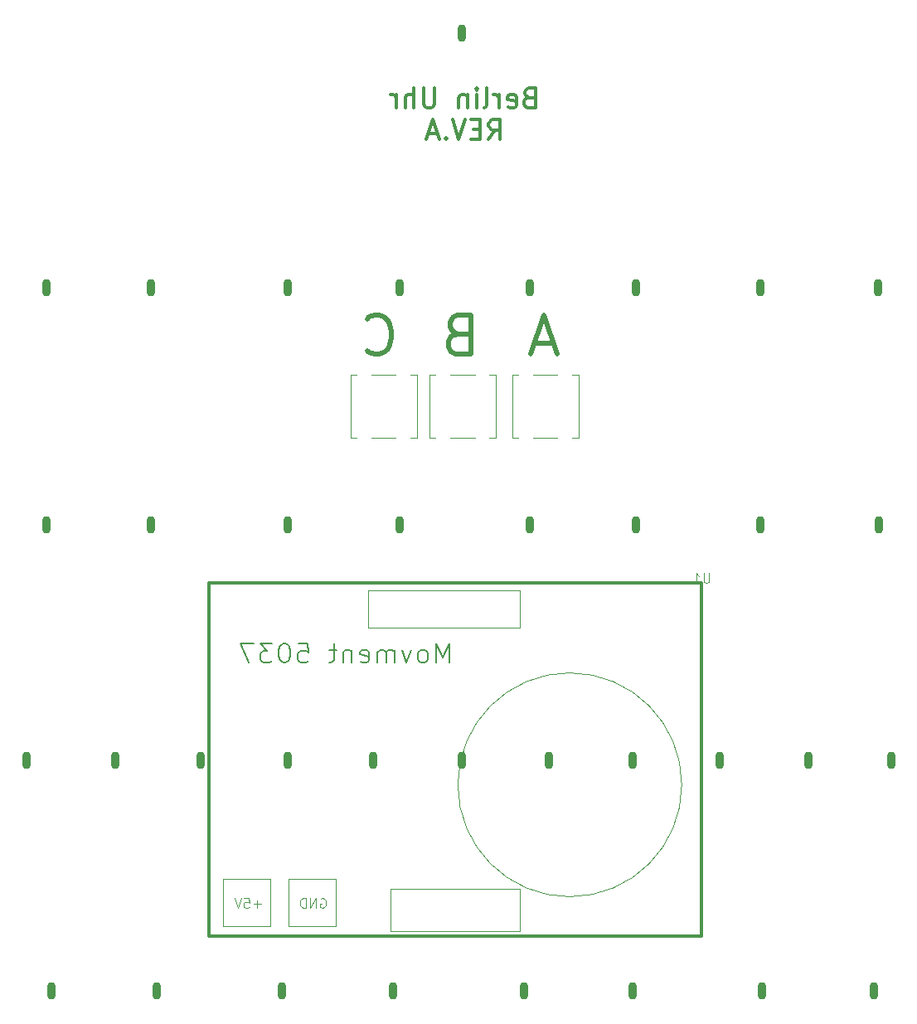
<source format=gbr>
%TF.GenerationSoftware,KiCad,Pcbnew,7.0.7*%
%TF.CreationDate,2024-10-22T18:38:38+02:00*%
%TF.ProjectId,FaceBerlinUhr,46616365-4265-4726-9c69-6e5568722e6b,rev?*%
%TF.SameCoordinates,Original*%
%TF.FileFunction,Legend,Bot*%
%TF.FilePolarity,Positive*%
%FSLAX46Y46*%
G04 Gerber Fmt 4.6, Leading zero omitted, Abs format (unit mm)*
G04 Created by KiCad (PCBNEW 7.0.7) date 2024-10-22 18:38:38*
%MOMM*%
%LPD*%
G01*
G04 APERTURE LIST*
%ADD10C,0.500000*%
%ADD11C,0.300000*%
%ADD12C,0.100000*%
%ADD13C,0.200000*%
%ADD14C,0.120000*%
%ADD15O,0.900000X1.800000*%
G04 APERTURE END LIST*
D10*
X167247957Y-74033523D02*
X167438433Y-74224000D01*
X167438433Y-74224000D02*
X168009862Y-74414476D01*
X168009862Y-74414476D02*
X168390814Y-74414476D01*
X168390814Y-74414476D02*
X168962243Y-74224000D01*
X168962243Y-74224000D02*
X169343195Y-73843047D01*
X169343195Y-73843047D02*
X169533672Y-73462095D01*
X169533672Y-73462095D02*
X169724148Y-72700190D01*
X169724148Y-72700190D02*
X169724148Y-72128761D01*
X169724148Y-72128761D02*
X169533672Y-71366857D01*
X169533672Y-71366857D02*
X169343195Y-70985904D01*
X169343195Y-70985904D02*
X168962243Y-70604952D01*
X168962243Y-70604952D02*
X168390814Y-70414476D01*
X168390814Y-70414476D02*
X168009862Y-70414476D01*
X168009862Y-70414476D02*
X167438433Y-70604952D01*
X167438433Y-70604952D02*
X167247957Y-70795428D01*
D11*
X183736428Y-48177019D02*
X183450714Y-48272257D01*
X183450714Y-48272257D02*
X183355476Y-48367495D01*
X183355476Y-48367495D02*
X183260238Y-48557971D01*
X183260238Y-48557971D02*
X183260238Y-48843685D01*
X183260238Y-48843685D02*
X183355476Y-49034161D01*
X183355476Y-49034161D02*
X183450714Y-49129400D01*
X183450714Y-49129400D02*
X183641190Y-49224638D01*
X183641190Y-49224638D02*
X184403095Y-49224638D01*
X184403095Y-49224638D02*
X184403095Y-47224638D01*
X184403095Y-47224638D02*
X183736428Y-47224638D01*
X183736428Y-47224638D02*
X183545952Y-47319876D01*
X183545952Y-47319876D02*
X183450714Y-47415114D01*
X183450714Y-47415114D02*
X183355476Y-47605590D01*
X183355476Y-47605590D02*
X183355476Y-47796066D01*
X183355476Y-47796066D02*
X183450714Y-47986542D01*
X183450714Y-47986542D02*
X183545952Y-48081780D01*
X183545952Y-48081780D02*
X183736428Y-48177019D01*
X183736428Y-48177019D02*
X184403095Y-48177019D01*
X181641190Y-49129400D02*
X181831666Y-49224638D01*
X181831666Y-49224638D02*
X182212619Y-49224638D01*
X182212619Y-49224638D02*
X182403095Y-49129400D01*
X182403095Y-49129400D02*
X182498333Y-48938923D01*
X182498333Y-48938923D02*
X182498333Y-48177019D01*
X182498333Y-48177019D02*
X182403095Y-47986542D01*
X182403095Y-47986542D02*
X182212619Y-47891304D01*
X182212619Y-47891304D02*
X181831666Y-47891304D01*
X181831666Y-47891304D02*
X181641190Y-47986542D01*
X181641190Y-47986542D02*
X181545952Y-48177019D01*
X181545952Y-48177019D02*
X181545952Y-48367495D01*
X181545952Y-48367495D02*
X182498333Y-48557971D01*
X180688809Y-49224638D02*
X180688809Y-47891304D01*
X180688809Y-48272257D02*
X180593571Y-48081780D01*
X180593571Y-48081780D02*
X180498333Y-47986542D01*
X180498333Y-47986542D02*
X180307857Y-47891304D01*
X180307857Y-47891304D02*
X180117380Y-47891304D01*
X179165000Y-49224638D02*
X179355476Y-49129400D01*
X179355476Y-49129400D02*
X179450714Y-48938923D01*
X179450714Y-48938923D02*
X179450714Y-47224638D01*
X178403095Y-49224638D02*
X178403095Y-47891304D01*
X178403095Y-47224638D02*
X178498333Y-47319876D01*
X178498333Y-47319876D02*
X178403095Y-47415114D01*
X178403095Y-47415114D02*
X178307857Y-47319876D01*
X178307857Y-47319876D02*
X178403095Y-47224638D01*
X178403095Y-47224638D02*
X178403095Y-47415114D01*
X177450714Y-47891304D02*
X177450714Y-49224638D01*
X177450714Y-48081780D02*
X177355476Y-47986542D01*
X177355476Y-47986542D02*
X177165000Y-47891304D01*
X177165000Y-47891304D02*
X176879285Y-47891304D01*
X176879285Y-47891304D02*
X176688809Y-47986542D01*
X176688809Y-47986542D02*
X176593571Y-48177019D01*
X176593571Y-48177019D02*
X176593571Y-49224638D01*
X174117380Y-47224638D02*
X174117380Y-48843685D01*
X174117380Y-48843685D02*
X174022142Y-49034161D01*
X174022142Y-49034161D02*
X173926904Y-49129400D01*
X173926904Y-49129400D02*
X173736428Y-49224638D01*
X173736428Y-49224638D02*
X173355475Y-49224638D01*
X173355475Y-49224638D02*
X173164999Y-49129400D01*
X173164999Y-49129400D02*
X173069761Y-49034161D01*
X173069761Y-49034161D02*
X172974523Y-48843685D01*
X172974523Y-48843685D02*
X172974523Y-47224638D01*
X172022142Y-49224638D02*
X172022142Y-47224638D01*
X171164999Y-49224638D02*
X171164999Y-48177019D01*
X171164999Y-48177019D02*
X171260237Y-47986542D01*
X171260237Y-47986542D02*
X171450713Y-47891304D01*
X171450713Y-47891304D02*
X171736428Y-47891304D01*
X171736428Y-47891304D02*
X171926904Y-47986542D01*
X171926904Y-47986542D02*
X172022142Y-48081780D01*
X170212618Y-49224638D02*
X170212618Y-47891304D01*
X170212618Y-48272257D02*
X170117380Y-48081780D01*
X170117380Y-48081780D02*
X170022142Y-47986542D01*
X170022142Y-47986542D02*
X169831666Y-47891304D01*
X169831666Y-47891304D02*
X169641189Y-47891304D01*
X179641190Y-52444638D02*
X180307857Y-51492257D01*
X180784047Y-52444638D02*
X180784047Y-50444638D01*
X180784047Y-50444638D02*
X180022142Y-50444638D01*
X180022142Y-50444638D02*
X179831666Y-50539876D01*
X179831666Y-50539876D02*
X179736428Y-50635114D01*
X179736428Y-50635114D02*
X179641190Y-50825590D01*
X179641190Y-50825590D02*
X179641190Y-51111304D01*
X179641190Y-51111304D02*
X179736428Y-51301780D01*
X179736428Y-51301780D02*
X179831666Y-51397019D01*
X179831666Y-51397019D02*
X180022142Y-51492257D01*
X180022142Y-51492257D02*
X180784047Y-51492257D01*
X178784047Y-51397019D02*
X178117380Y-51397019D01*
X177831666Y-52444638D02*
X178784047Y-52444638D01*
X178784047Y-52444638D02*
X178784047Y-50444638D01*
X178784047Y-50444638D02*
X177831666Y-50444638D01*
X177260237Y-50444638D02*
X176593571Y-52444638D01*
X176593571Y-52444638D02*
X175926904Y-50444638D01*
X175260237Y-52254161D02*
X175164999Y-52349400D01*
X175164999Y-52349400D02*
X175260237Y-52444638D01*
X175260237Y-52444638D02*
X175355475Y-52349400D01*
X175355475Y-52349400D02*
X175260237Y-52254161D01*
X175260237Y-52254161D02*
X175260237Y-52444638D01*
X174403094Y-51873209D02*
X173450713Y-51873209D01*
X174593570Y-52444638D02*
X173926904Y-50444638D01*
X173926904Y-50444638D02*
X173260237Y-52444638D01*
D10*
X186234148Y-73271619D02*
X184329386Y-73271619D01*
X186615100Y-74414476D02*
X185281767Y-70414476D01*
X185281767Y-70414476D02*
X183948433Y-74414476D01*
X176455338Y-72319238D02*
X175883910Y-72509714D01*
X175883910Y-72509714D02*
X175693433Y-72700190D01*
X175693433Y-72700190D02*
X175502957Y-73081142D01*
X175502957Y-73081142D02*
X175502957Y-73652571D01*
X175502957Y-73652571D02*
X175693433Y-74033523D01*
X175693433Y-74033523D02*
X175883910Y-74224000D01*
X175883910Y-74224000D02*
X176264862Y-74414476D01*
X176264862Y-74414476D02*
X177788672Y-74414476D01*
X177788672Y-74414476D02*
X177788672Y-70414476D01*
X177788672Y-70414476D02*
X176455338Y-70414476D01*
X176455338Y-70414476D02*
X176074386Y-70604952D01*
X176074386Y-70604952D02*
X175883910Y-70795428D01*
X175883910Y-70795428D02*
X175693433Y-71176380D01*
X175693433Y-71176380D02*
X175693433Y-71557333D01*
X175693433Y-71557333D02*
X175883910Y-71938285D01*
X175883910Y-71938285D02*
X176074386Y-72128761D01*
X176074386Y-72128761D02*
X176455338Y-72319238D01*
X176455338Y-72319238D02*
X177788672Y-72319238D01*
D12*
X202151904Y-96747419D02*
X202151904Y-97556942D01*
X202151904Y-97556942D02*
X202104285Y-97652180D01*
X202104285Y-97652180D02*
X202056666Y-97699800D01*
X202056666Y-97699800D02*
X201961428Y-97747419D01*
X201961428Y-97747419D02*
X201770952Y-97747419D01*
X201770952Y-97747419D02*
X201675714Y-97699800D01*
X201675714Y-97699800D02*
X201628095Y-97652180D01*
X201628095Y-97652180D02*
X201580476Y-97556942D01*
X201580476Y-97556942D02*
X201580476Y-96747419D01*
X200580476Y-97747419D02*
X201151904Y-97747419D01*
X200866190Y-97747419D02*
X200866190Y-96747419D01*
X200866190Y-96747419D02*
X200961428Y-96890276D01*
X200961428Y-96890276D02*
X201056666Y-96985514D01*
X201056666Y-96985514D02*
X201151904Y-97033133D01*
X162462306Y-129984038D02*
X162557544Y-129936419D01*
X162557544Y-129936419D02*
X162700401Y-129936419D01*
X162700401Y-129936419D02*
X162843258Y-129984038D01*
X162843258Y-129984038D02*
X162938496Y-130079276D01*
X162938496Y-130079276D02*
X162986115Y-130174514D01*
X162986115Y-130174514D02*
X163033734Y-130364990D01*
X163033734Y-130364990D02*
X163033734Y-130507847D01*
X163033734Y-130507847D02*
X162986115Y-130698323D01*
X162986115Y-130698323D02*
X162938496Y-130793561D01*
X162938496Y-130793561D02*
X162843258Y-130888800D01*
X162843258Y-130888800D02*
X162700401Y-130936419D01*
X162700401Y-130936419D02*
X162605163Y-130936419D01*
X162605163Y-130936419D02*
X162462306Y-130888800D01*
X162462306Y-130888800D02*
X162414687Y-130841180D01*
X162414687Y-130841180D02*
X162414687Y-130507847D01*
X162414687Y-130507847D02*
X162605163Y-130507847D01*
X161986115Y-130936419D02*
X161986115Y-129936419D01*
X161986115Y-129936419D02*
X161414687Y-130936419D01*
X161414687Y-130936419D02*
X161414687Y-129936419D01*
X160938496Y-130936419D02*
X160938496Y-129936419D01*
X160938496Y-129936419D02*
X160700401Y-129936419D01*
X160700401Y-129936419D02*
X160557544Y-129984038D01*
X160557544Y-129984038D02*
X160462306Y-130079276D01*
X160462306Y-130079276D02*
X160414687Y-130174514D01*
X160414687Y-130174514D02*
X160367068Y-130364990D01*
X160367068Y-130364990D02*
X160367068Y-130507847D01*
X160367068Y-130507847D02*
X160414687Y-130698323D01*
X160414687Y-130698323D02*
X160462306Y-130793561D01*
X160462306Y-130793561D02*
X160557544Y-130888800D01*
X160557544Y-130888800D02*
X160700401Y-130936419D01*
X160700401Y-130936419D02*
X160938496Y-130936419D01*
D13*
X175636231Y-105916838D02*
X175636231Y-103916838D01*
X175636231Y-103916838D02*
X174969564Y-105345409D01*
X174969564Y-105345409D02*
X174302898Y-103916838D01*
X174302898Y-103916838D02*
X174302898Y-105916838D01*
X173064803Y-105916838D02*
X173255279Y-105821600D01*
X173255279Y-105821600D02*
X173350517Y-105726361D01*
X173350517Y-105726361D02*
X173445755Y-105535885D01*
X173445755Y-105535885D02*
X173445755Y-104964457D01*
X173445755Y-104964457D02*
X173350517Y-104773980D01*
X173350517Y-104773980D02*
X173255279Y-104678742D01*
X173255279Y-104678742D02*
X173064803Y-104583504D01*
X173064803Y-104583504D02*
X172779088Y-104583504D01*
X172779088Y-104583504D02*
X172588612Y-104678742D01*
X172588612Y-104678742D02*
X172493374Y-104773980D01*
X172493374Y-104773980D02*
X172398136Y-104964457D01*
X172398136Y-104964457D02*
X172398136Y-105535885D01*
X172398136Y-105535885D02*
X172493374Y-105726361D01*
X172493374Y-105726361D02*
X172588612Y-105821600D01*
X172588612Y-105821600D02*
X172779088Y-105916838D01*
X172779088Y-105916838D02*
X173064803Y-105916838D01*
X171731469Y-104583504D02*
X171255279Y-105916838D01*
X171255279Y-105916838D02*
X170779088Y-104583504D01*
X170017183Y-105916838D02*
X170017183Y-104583504D01*
X170017183Y-104773980D02*
X169921945Y-104678742D01*
X169921945Y-104678742D02*
X169731469Y-104583504D01*
X169731469Y-104583504D02*
X169445754Y-104583504D01*
X169445754Y-104583504D02*
X169255278Y-104678742D01*
X169255278Y-104678742D02*
X169160040Y-104869219D01*
X169160040Y-104869219D02*
X169160040Y-105916838D01*
X169160040Y-104869219D02*
X169064802Y-104678742D01*
X169064802Y-104678742D02*
X168874326Y-104583504D01*
X168874326Y-104583504D02*
X168588612Y-104583504D01*
X168588612Y-104583504D02*
X168398135Y-104678742D01*
X168398135Y-104678742D02*
X168302897Y-104869219D01*
X168302897Y-104869219D02*
X168302897Y-105916838D01*
X166588611Y-105821600D02*
X166779087Y-105916838D01*
X166779087Y-105916838D02*
X167160040Y-105916838D01*
X167160040Y-105916838D02*
X167350516Y-105821600D01*
X167350516Y-105821600D02*
X167445754Y-105631123D01*
X167445754Y-105631123D02*
X167445754Y-104869219D01*
X167445754Y-104869219D02*
X167350516Y-104678742D01*
X167350516Y-104678742D02*
X167160040Y-104583504D01*
X167160040Y-104583504D02*
X166779087Y-104583504D01*
X166779087Y-104583504D02*
X166588611Y-104678742D01*
X166588611Y-104678742D02*
X166493373Y-104869219D01*
X166493373Y-104869219D02*
X166493373Y-105059695D01*
X166493373Y-105059695D02*
X167445754Y-105250171D01*
X165636230Y-104583504D02*
X165636230Y-105916838D01*
X165636230Y-104773980D02*
X165540992Y-104678742D01*
X165540992Y-104678742D02*
X165350516Y-104583504D01*
X165350516Y-104583504D02*
X165064801Y-104583504D01*
X165064801Y-104583504D02*
X164874325Y-104678742D01*
X164874325Y-104678742D02*
X164779087Y-104869219D01*
X164779087Y-104869219D02*
X164779087Y-105916838D01*
X164112420Y-104583504D02*
X163350516Y-104583504D01*
X163826706Y-103916838D02*
X163826706Y-105631123D01*
X163826706Y-105631123D02*
X163731468Y-105821600D01*
X163731468Y-105821600D02*
X163540992Y-105916838D01*
X163540992Y-105916838D02*
X163350516Y-105916838D01*
X160207658Y-103916838D02*
X161160039Y-103916838D01*
X161160039Y-103916838D02*
X161255277Y-104869219D01*
X161255277Y-104869219D02*
X161160039Y-104773980D01*
X161160039Y-104773980D02*
X160969563Y-104678742D01*
X160969563Y-104678742D02*
X160493372Y-104678742D01*
X160493372Y-104678742D02*
X160302896Y-104773980D01*
X160302896Y-104773980D02*
X160207658Y-104869219D01*
X160207658Y-104869219D02*
X160112420Y-105059695D01*
X160112420Y-105059695D02*
X160112420Y-105535885D01*
X160112420Y-105535885D02*
X160207658Y-105726361D01*
X160207658Y-105726361D02*
X160302896Y-105821600D01*
X160302896Y-105821600D02*
X160493372Y-105916838D01*
X160493372Y-105916838D02*
X160969563Y-105916838D01*
X160969563Y-105916838D02*
X161160039Y-105821600D01*
X161160039Y-105821600D02*
X161255277Y-105726361D01*
X158874325Y-103916838D02*
X158683848Y-103916838D01*
X158683848Y-103916838D02*
X158493372Y-104012076D01*
X158493372Y-104012076D02*
X158398134Y-104107314D01*
X158398134Y-104107314D02*
X158302896Y-104297790D01*
X158302896Y-104297790D02*
X158207658Y-104678742D01*
X158207658Y-104678742D02*
X158207658Y-105154933D01*
X158207658Y-105154933D02*
X158302896Y-105535885D01*
X158302896Y-105535885D02*
X158398134Y-105726361D01*
X158398134Y-105726361D02*
X158493372Y-105821600D01*
X158493372Y-105821600D02*
X158683848Y-105916838D01*
X158683848Y-105916838D02*
X158874325Y-105916838D01*
X158874325Y-105916838D02*
X159064801Y-105821600D01*
X159064801Y-105821600D02*
X159160039Y-105726361D01*
X159160039Y-105726361D02*
X159255277Y-105535885D01*
X159255277Y-105535885D02*
X159350515Y-105154933D01*
X159350515Y-105154933D02*
X159350515Y-104678742D01*
X159350515Y-104678742D02*
X159255277Y-104297790D01*
X159255277Y-104297790D02*
X159160039Y-104107314D01*
X159160039Y-104107314D02*
X159064801Y-104012076D01*
X159064801Y-104012076D02*
X158874325Y-103916838D01*
X157540991Y-103916838D02*
X156302896Y-103916838D01*
X156302896Y-103916838D02*
X156969563Y-104678742D01*
X156969563Y-104678742D02*
X156683848Y-104678742D01*
X156683848Y-104678742D02*
X156493372Y-104773980D01*
X156493372Y-104773980D02*
X156398134Y-104869219D01*
X156398134Y-104869219D02*
X156302896Y-105059695D01*
X156302896Y-105059695D02*
X156302896Y-105535885D01*
X156302896Y-105535885D02*
X156398134Y-105726361D01*
X156398134Y-105726361D02*
X156493372Y-105821600D01*
X156493372Y-105821600D02*
X156683848Y-105916838D01*
X156683848Y-105916838D02*
X157255277Y-105916838D01*
X157255277Y-105916838D02*
X157445753Y-105821600D01*
X157445753Y-105821600D02*
X157540991Y-105726361D01*
X155636229Y-103916838D02*
X154302896Y-103916838D01*
X154302896Y-103916838D02*
X155160039Y-105916838D01*
D12*
X156382115Y-130555466D02*
X155620211Y-130555466D01*
X156001163Y-130936419D02*
X156001163Y-130174514D01*
X154667830Y-129936419D02*
X155144020Y-129936419D01*
X155144020Y-129936419D02*
X155191639Y-130412609D01*
X155191639Y-130412609D02*
X155144020Y-130364990D01*
X155144020Y-130364990D02*
X155048782Y-130317371D01*
X155048782Y-130317371D02*
X154810687Y-130317371D01*
X154810687Y-130317371D02*
X154715449Y-130364990D01*
X154715449Y-130364990D02*
X154667830Y-130412609D01*
X154667830Y-130412609D02*
X154620211Y-130507847D01*
X154620211Y-130507847D02*
X154620211Y-130745942D01*
X154620211Y-130745942D02*
X154667830Y-130841180D01*
X154667830Y-130841180D02*
X154715449Y-130888800D01*
X154715449Y-130888800D02*
X154810687Y-130936419D01*
X154810687Y-130936419D02*
X155048782Y-130936419D01*
X155048782Y-130936419D02*
X155144020Y-130888800D01*
X155144020Y-130888800D02*
X155191639Y-130841180D01*
X154334496Y-129936419D02*
X154001163Y-130936419D01*
X154001163Y-130936419D02*
X153667830Y-129936419D01*
D14*
%TO.C,SW2*%
X180375000Y-76460000D02*
X179725000Y-76460000D01*
X175725000Y-76460000D02*
X178225000Y-76460000D01*
X173575000Y-76460000D02*
X174225000Y-76460000D01*
X180375000Y-82960000D02*
X180375000Y-76460000D01*
X179725000Y-82960000D02*
X180375000Y-82960000D01*
X175725000Y-82960000D02*
X178225000Y-82960000D01*
X174225000Y-82960000D02*
X173575000Y-82960000D01*
X173575000Y-82960000D02*
X173575000Y-76460000D01*
%TO.C,SW3*%
X172310000Y-76460000D02*
X171660000Y-76460000D01*
X167660000Y-76460000D02*
X170160000Y-76460000D01*
X165510000Y-76460000D02*
X166160000Y-76460000D01*
X172310000Y-82960000D02*
X172310000Y-76460000D01*
X171660000Y-82960000D02*
X172310000Y-82960000D01*
X167660000Y-82960000D02*
X170160000Y-82960000D01*
X166160000Y-82960000D02*
X165510000Y-82960000D01*
X165510000Y-82960000D02*
X165510000Y-76460000D01*
D11*
%TO.C,U1*%
X201390000Y-97790000D02*
X151098000Y-97790000D01*
X151098000Y-97790000D02*
X151098000Y-133858000D01*
X151098000Y-133858000D02*
X201390000Y-133858000D01*
X201390000Y-133858000D02*
X201390000Y-97790000D01*
D12*
X182848000Y-129032000D02*
X169640000Y-129032000D01*
X169640000Y-129032000D02*
X169640000Y-133350000D01*
X169640000Y-133350000D02*
X182848000Y-133350000D01*
X182848000Y-133350000D02*
X182848000Y-129032000D01*
X182848000Y-98552000D02*
X167354000Y-98552000D01*
X167354000Y-98552000D02*
X167354000Y-102362000D01*
X167354000Y-102362000D02*
X182848000Y-102362000D01*
X182848000Y-102362000D02*
X182848000Y-98552000D01*
X164052000Y-128016000D02*
X159226000Y-128016000D01*
X159226000Y-128016000D02*
X159226000Y-132842000D01*
X159226000Y-132842000D02*
X164052000Y-132842000D01*
X164052000Y-132842000D02*
X164052000Y-128016000D01*
X157321000Y-128016000D02*
X152495000Y-128016000D01*
X152495000Y-128016000D02*
X152495000Y-132842000D01*
X152495000Y-132842000D02*
X157321000Y-132842000D01*
X157321000Y-132842000D02*
X157321000Y-128016000D01*
X199358000Y-118364000D02*
G75*
G03*
X199358000Y-118364000I-11430000J0D01*
G01*
D14*
%TO.C,SW1*%
X188820000Y-76460000D02*
X188170000Y-76460000D01*
X184170000Y-76460000D02*
X186670000Y-76460000D01*
X182020000Y-76460000D02*
X182670000Y-76460000D01*
X188820000Y-82960000D02*
X188820000Y-76460000D01*
X188170000Y-82960000D02*
X188820000Y-82960000D01*
X184170000Y-82960000D02*
X186670000Y-82960000D01*
X182670000Y-82960000D02*
X182020000Y-82960000D01*
X182020000Y-82960000D02*
X182020000Y-76460000D01*
%TD*%
D15*
%TO.C,D10*%
X134493000Y-91850000D03*
%TD*%
%TO.C,D9*%
X219413700Y-67645000D03*
%TD*%
%TO.C,D13*%
X170561000Y-91850000D03*
%TD*%
%TO.C,D20*%
X150241000Y-115905000D03*
%TD*%
%TO.C,D12*%
X159131000Y-91850000D03*
%TD*%
%TO.C,D15*%
X194691000Y-91850000D03*
%TD*%
%TO.C,D6*%
X183811300Y-67645000D03*
%TD*%
%TO.C,D18*%
X132418700Y-115905000D03*
%TD*%
%TO.C,D19*%
X141478000Y-115905000D03*
%TD*%
%TO.C,D31*%
X158496000Y-139400000D03*
%TD*%
%TO.C,D32*%
X169883700Y-139400000D03*
%TD*%
%TO.C,D35*%
X207518000Y-139400000D03*
%TD*%
%TO.C,D23*%
X176868700Y-115905000D03*
%TD*%
%TO.C,D25*%
X194310000Y-115905000D03*
%TD*%
%TO.C,D24*%
X185758700Y-115905000D03*
%TD*%
%TO.C,D36*%
X218948000Y-139400000D03*
%TD*%
%TO.C,D27*%
X212259300Y-115905000D03*
%TD*%
%TO.C,D21*%
X159088700Y-115905000D03*
%TD*%
%TO.C,D14*%
X183853700Y-91850000D03*
%TD*%
%TO.C,D3*%
X145118700Y-67645000D03*
%TD*%
%TO.C,D16*%
X207391000Y-91850000D03*
%TD*%
%TO.C,D28*%
X220726000Y-115905000D03*
%TD*%
%TO.C,D34*%
X194310000Y-139400000D03*
%TD*%
%TO.C,D7*%
X194648700Y-67645000D03*
%TD*%
%TO.C,D33*%
X183218700Y-139400000D03*
%TD*%
%TO.C,D4*%
X159088700Y-67645000D03*
%TD*%
%TO.C,D17*%
X219456000Y-91850000D03*
%TD*%
%TO.C,D26*%
X203200000Y-115905000D03*
%TD*%
%TO.C,D1*%
X176861000Y-41610000D03*
%TD*%
%TO.C,D11*%
X145161000Y-91850000D03*
%TD*%
%TO.C,D2*%
X134450700Y-67645000D03*
%TD*%
%TO.C,D29*%
X135001000Y-139400000D03*
%TD*%
%TO.C,D8*%
X207348700Y-67645000D03*
%TD*%
%TO.C,D22*%
X167809300Y-115905000D03*
%TD*%
%TO.C,D5*%
X170518700Y-67645000D03*
%TD*%
%TO.C,D30*%
X145753700Y-139400000D03*
%TD*%
M02*

</source>
